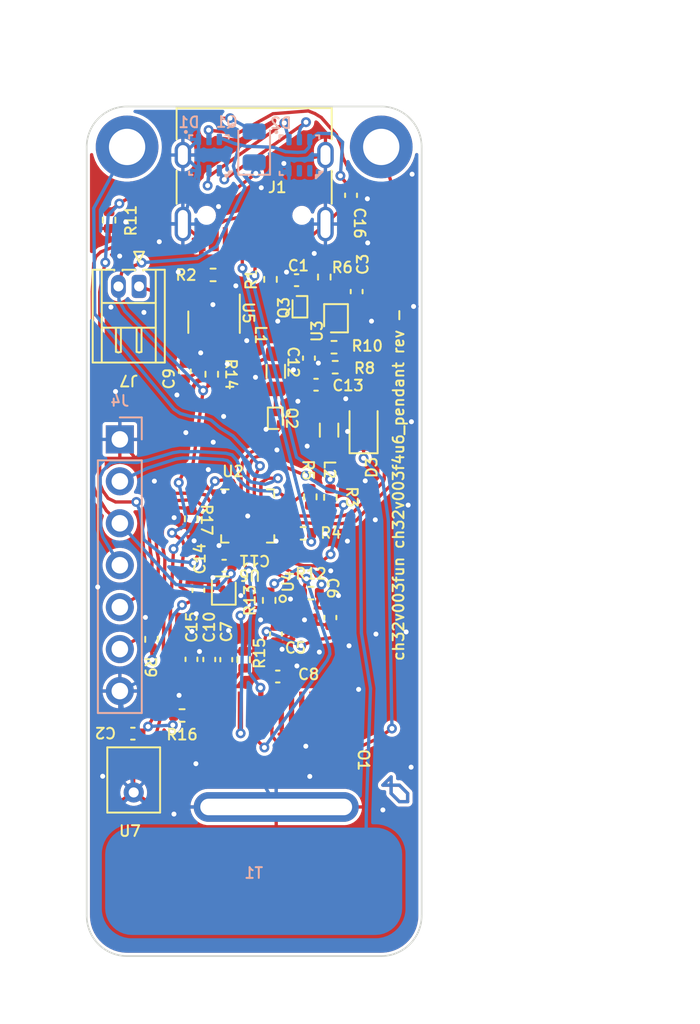
<source format=kicad_pcb>
(kicad_pcb (version 20211014) (generator pcbnew)
  (layers (0 "F.Cu" signal) (31 "B.Cu" signal) (34 "B.Paste" user) (35 "F.Paste" user) (36 "B.SilkS" user "B.Silkscreen") (37 "F.SilkS" user "F.Silkscreen") (38 "B.Mask" user) (39 "F.Mask" user) (44 "Edge.Cuts" user))
  (net 0 "")
  (net 1 "Net-(C1-Pad1)")
  (net 2 "GND")
  (net 3 "VCCMON")
  (net 4 "Net-(C2-Pad2)")
  (net 5 "Net-(C3-Pad1)")
  (net 6 "VDD")
  (net 7 "VD")
  (net 8 "Net-(C7-Pad1)")
  (net 9 "Net-(C9-Pad1)")
  (net 10 "Net-(C9-Pad2)")
  (net 11 "VCC")
  (net 12 "Net-(C13-Pad1)")
  (net 13 "Net-(C13-Pad2)")
  (net 14 "Net-(J1-PadA5)")
  (net 15 "Net-(J1-PadA6)")
  (net 16 "Net-(J1-PadA7)")
  (net 18 "Net-(J1-PadB5)")
  (net 20 "BONUS2")
  (net 21 "SWIO")
  (net 22 "PHOTODIODE")
  (net 23 "T2CH4")
  (net 24 "D-")
  (net 25 "D+")
  (net 26 "USBE")
  (net 27 "Net-(Q3-Pad2)")
  (net 28 "PD6")
  (net 29 "SCL")
  (net 30 "SDA")
  (net 31 "Net-(O1-Pad12)")
  (net 32 "OLEDRES")
  (net 33 "BONUS1")
  (net 34 "WSOUT")
  (net 35 "TOUCH")
  (net 36 "Net-(D1-Pad4)")
  (net 47 "Net-(R10-Pad2)")
  (net 48 "NRST")
  (net 49 "PD2")
  (net 50 "PA1")
  (net 51 "Net-(D1-Pad5)")
  (footprint "Resistor_SMD:R_0402_1005Metric" (layer "F.Cu") (at 102.95 36.23 -90)
    (fp_text reference "R6")
    (fp_text value "10k")
  )
  (footprint "Resistor_SMD:R_0402_1005Metric" (layer "F.Cu") (at 103.61 41.69)
    (fp_text reference "R8")
    (fp_text value "243k")
  )
  (footprint "Capacitor_SMD:C_0402_1005Metric" (layer "F.Cu") (at 103.32 56.85 -90)
    (fp_text reference "C6")
    (fp_text value "0.1u16v")
  )
  (footprint "Capacitor_SMD:C_0402_1005Metric" (layer "F.Cu") (at 96.88 53.71 180)
    (fp_text reference "C11")
    (fp_text value "2.2u16v")
  )
  (footprint "MountingHole:MountingHole_2.2mm_M2_DIN965_Pad" (layer "F.Cu") (at 106.4 28.35)
    (fp_text reference "J3" hide)
    (fp_text value "BONUS")
  )
  (footprint "Resistor_SMD:R_0402_1005Metric" (layer "F.Cu") (at 94.33 62.78)
    (fp_text reference "R16")
    (fp_text value "243k")
  )
  (footprint "Resistor_SMD:R_0402_1005Metric" (layer "F.Cu") (at 98.06 59.4 90)
    (fp_text reference "R15")
    (fp_text value "560k")
  )
  (footprint "Capacitor_SMD:C_0402_1005Metric" (layer "F.Cu") (at 95.32 55.2 90)
    (fp_text reference "C14")
    (fp_text value "0.1u16v")
  )
  (footprint "Inductor_SMD:L_0805_2012Metric" (layer "F.Cu") (at 103.24 45.5 -90)
    (fp_text reference "L2")
    (fp_text value "4.7uH")
  )
  (footprint "Capacitor_SMD:C_0402_1005Metric" (layer "F.Cu") (at 102.45 42.75)
    (fp_text reference "C13")
    (fp_text value "4.7u16v")
  )
  (footprint "Capacitor_SMD:C_0402_1005Metric" (layer "F.Cu") (at 94.5 41.93 90)
    (fp_text reference "C9")
    (fp_text value "0.1u16v")
  )
  (footprint "Capacitor_SMD:C_0402_1005Metric" (layer "F.Cu") (at 102.02 41.14 -90)
    (fp_text reference "C12")
    (fp_text value "10u")
  )
  (footprint "xdfn_reg:xdfn-reg" (layer "F.Cu") (at 103.66 38.73)
    (fp_text reference "U3")
    (fp_text value "MD5112")
  )
  (footprint "Capacitor_SMD:C_0402_1005Metric" (layer "F.Cu") (at 100.02 57.85 -90)
    (fp_text reference "C5")
    (fp_text value "0.1u16v" hide)
  )
  (footprint "Resistor_SMD:R_0402_1005Metric" (layer "F.Cu") (at 89.91 32.78 90)
    (fp_text reference "R11")
    (fp_text value "NP")
  )
  (footprint "Resistor_SMD:R_0402_1005Metric" (layer "F.Cu") (at 94.88 50.87 -90)
    (fp_text reference "R17")
    (fp_text value "100k")
  )
  (footprint "Resistor_SMD:R_0402_1005Metric" (layer "F.Cu") (at 102.14 55.37)
    (fp_text reference "R12")
    (fp_text value "10k")
  )
  (footprint "DFN-3L-1x0.6:DFN-3L-1x0.6" (layer "F.Cu") (at 101.475 38.03 90)
    (fp_text reference "Q3")
    (fp_text value "PNP")
  )
  (footprint "GOERTEK-S08OB383-031-MemsMic:GOERTEK-S08OB383-031-MemsMic" (layer "F.Cu") (at 91.4 67.44)
    (fp_text reference "U7")
    (fp_text value "S08OB383-031")
  )
  (footprint "Resistor_SMD:R_0402_1005Metric" (layer "F.Cu") (at 99.69 36.37 90)
    (fp_text reference "R1")
    (fp_text value "5.1k")
  )
  (footprint "MountingHole:MountingHole_2.2mm_M2_DIN965_Pad" (layer "F.Cu") (at 91 28.35)
    (fp_text reference "J2" hide)
    (fp_text value "BONUS")
  )
  (footprint "Capacitor_SMD:C_0402_1005Metric" (layer "F.Cu") (at 97.01 59.4 90)
    (fp_text reference "C7")
    (fp_text value "2.2u16v")
  )
  (footprint "Resistor_SMD:R_0402_1005Metric" (layer "F.Cu") (at 96.21 36.1)
    (fp_text reference "R2")
    (fp_text value "5.1k")
  )
  (footprint "Diode_SMD:D_SOD-323F" (layer "F.Cu") (at 105.33 45.4 90)
    (fp_text reference "D3")
    (fp_text value "DSCH")
  )
  (footprint "Resistor_SMD:R_0402_1005Metric" (layer "F.Cu") (at 96.13 42.115 -90)
    (fp_text reference "R14")
    (fp_text value "1k")
  )
  (footprint "RB0091E1401A-OLED-128x32:RB0091E1401A-OLED-128x32_FLIP" (layer "F.Cu") (at 100.035 54.42 180)
    (fp_text reference "O1")
    (fp_text value "RB0091E1401A-OLED-128x32" hide)
  )
  (footprint "Resistor_SMD:R_0402_1005Metric" (layer "F.Cu") (at 92.48 58.17 -90)
    (fp_text reference "R9")
    (fp_text value "10k")
  )
  (footprint "Capacitor_SMD:C_0402_1005Metric" (layer "F.Cu") (at 104.91 37.11 90)
    (fp_text reference "C3")
    (fp_text value "2.2u16v")
  )
  (footprint "Capacitor_SMD:C_0402_1005Metric" (layer "F.Cu") (at 91.35 63.88 180)
    (fp_text reference "C2")
    (fp_text value "0.1u16v")
  )
  (footprint "Capacitor_SMD:C_0402_1005Metric" (layer "F.Cu") (at 101.27 36.42 180)
    (fp_text reference "C1")
    (fp_text value "10u")
  )
  (footprint "Package_TO_SOT_SMD:SOT-23" (layer "F.Cu") (at 96.27 38.9625 -90)
    (fp_text reference "U5")
    (fp_text value "RY2200")
  )
  (footprint "Capacitor_SMD:C_0402_1005Metric" (layer "F.Cu") (at 100.13 60.42)
    (fp_text reference "C8")
    (fp_text value "0.1u16v")
  )
  (footprint "Connector_Hirose:Hirose_DF13-02P-1.25DS_1x02_P1.25mm_Horizontal" (layer "F.Cu") (at 91.725 36.7975 180)
    (fp_text reference "J7")
    (fp_text value "BATT")
  )
  (footprint "Capacitor_SMD:C_0402_1005Metric" (layer "F.Cu") (at 94.9 59.38 90)
    (fp_text reference "C15")
    (fp_text value "4.7u16v")
  )
  (footprint "Connector_USB:USB_C_Receptacle_HRO_TYPE-C-31-M-12" (layer "F.Cu") (at 98.7 29.89 180)
    (fp_text reference "J1")
    (fp_text value "USB_C_Receptacle_USB2.0")
  )
  (footprint "xdfn_reg:xdfn-reg" (layer "F.Cu") (at 96.86 55.21 180)
    (fp_text reference "U6")
    (fp_text value "RS3236-3.3YUTDN4" hide)
  )
  (footprint "Resistor_SMD:R_0402_1005Metric" (layer "F.Cu") (at 103.54 40.48)
    (fp_text reference "R10")
    (fp_text value "100k")
  )
  (footprint "Resistor_SMD:R_0402_1005Metric" (layer "F.Cu") (at 99.61 55.81 90)
    (fp_text reference "R13")
    (fp_text value "10k")
  )
  (footprint "Inductor_SMD:L_0805_2012Metric" (layer "F.Cu") (at 100.01 41.94 -90)
    (fp_text reference "L1")
    (fp_text value "4.7uH")
  )
  (footprint "Capacitor_SMD:C_0402_1005Metric" (layer "F.Cu") (at 104.57 31.28 -90)
    (fp_text reference "C16")
    (fp_text value "0.1u16v")
  )
  (footprint "DFN-3L-1x0.6:DFN-3L-1x0.6" (layer "F.Cu") (at 99.98 44.78 -90)
    (fp_text reference "Q2")
    (fp_text value "NMOS")
  )
  (footprint "Capacitor_SMD:C_0402_1005Metric" (layer "F.Cu") (at 95.98 59.39 90)
    (fp_text reference "C10")
    (fp_text value "0.1u16v")
  )
  (footprint "Resistor_SMD:R_0402_1005Metric" (layer "F.Cu") (at 103.32 49.57 -90)
    (fp_text reference "R3")
    (fp_text value "22")
  )
  (footprint "Swadge_Parts:QMA6981" (layer "F.Cu") (at 101.7 56.98)
    (fp_text reference "U4")
    (fp_text value "QMA7981")
  )
  (footprint "Resistor_SMD:R_0402_1005Metric" (layer "F.Cu") (at 101.67 51.75 180)
    (fp_text reference "R4")
    (fp_text value "22")
  )
  (footprint "Package_DFN_QFN:QFN-20-1EP_3x3mm_P0.4mm_EP1.65x1.65mm" (layer "F.Cu") (at 98.31 50.7)
    (fp_text reference "U2")
    (fp_text value "CH32V003F4U6")
  )
  (footprint "Resistor_SMD:R_0402_1005Metric" (layer "F.Cu") (at 102.1 49.54 -90)
    (fp_text reference "R5")
    (fp_text value "1.5k")
  )
  (footprint "WS2816-2121:WS2816-2121" (layer "B.Cu") (at 95.96 28.84 -90)
    (fp_text reference "D1")
    (fp_text value "WS2816C-2121" hide)
  )
  (footprint "touchpads:touchpad_10x6.5mm_retircle" (layer "B.Cu") (at 98.67 72.82 180)
    (fp_text reference "T1")
    (fp_text value "TOUCHPAD")
  )
  (footprint "WS2816-2121:WS2816-2121" (layer "B.Cu") (at 101.44 28.85 -90)
    (fp_text reference "D2")
    (fp_text value "WS2816C-2121" hide)
  )
  (footprint "Connector_PinHeader_2.54mm:PinHeader_1x07_P2.54mm_Vertical" (layer "B.Cu") (at 90.56 46.06 180)
    (fp_text reference "J4")
    (fp_text value "CONN")
  )
  (footprint "Diode_SMD:D_0805_2012Metric" (layer "B.Cu") (at 98.7 28.35 90)
    (fp_text reference "Q1")
    (fp_text value "Q_Photo_NPN")
  )
  (gr_arc (start 108.85 74.9) (mid 108.132412 76.632412) (end 106.4 77.35) (layer "Edge.Cuts") (width 0.1))
  (gr_arc (start 91 77.35) (mid 89.267588 76.632412) (end 88.55 74.9) (layer "Edge.Cuts") (width 0.1))
  (gr_arc (start 106.4 25.9) (mid 108.132412 26.617588) (end 108.85 28.35) (layer "Edge.Cuts") (width 0.1))
  (gr_arc (start 88.55 28.35) (mid 89.267588 26.617588) (end 91 25.9) (layer "Edge.Cuts") (width 0.1))
  (gr_line (start 106.4 25.9) (end 91 25.9) (layer "Edge.Cuts") (width 0.1))
  (gr_line (start 106.4 77.35) (end 91 77.35) (layer "Edge.Cuts") (width 0.1))
  (gr_line (start 108.85 28.35) (end 108.85 74.9) (layer "Edge.Cuts") (width 0.1))
  (gr_line (start 88.55 74.9) (end 88.55 28.35) (layer "Edge.Cuts") (width 0.1))
  (gr_text "ch32v003fun ch32v003f4u6_pendant rev -" (at 107.45 48.8 90) (layer "F.SilkS") (effects (font (size 0.65 0.65) (thickness 0.12))))
  (segment (start 106.5 67) (end 107.5 67) (width 0.2) (layer "F.Cu") (net 0))
  (segment (start 108 68) (end 107.5 68) (width 0.2) (layer "F.Cu") (net 0))
  (segment (start 108 67.5) (end 108 68) (width 0.2) (layer "F.Cu") (net 0))
  (segment (start 107.5 67) (end 108 67.5) (width 0.2) (layer "F.Cu") (net 0))
  (segment (start 107.5 68) (end 107 67.5) (width 0.2) (layer "F.Cu") (net 0))
  (segment (start 107 66.5) (end 106.5 67) (width 0.2) (layer "F.Cu") (net 0))
  (segment (start 107 67.5) (end 107 66.5) (width 0.2) (layer "F.Cu") (net 0))
  (segment (start 106.5 67) (end 107.5 67) (width 0.2) (layer "B.Cu") (net 0))
  (segment (start 107 66.5) (end 106.5 67) (width 0.2) (layer "B.Cu") (net 0))
  (segment (start 108 67.5) (end 108 68) (width 0.2) (layer "B.Cu") (net 0))
  (segment (start 107.5 68) (end 107 67.5) (width 0.2) (layer "B.Cu") (net 0))
  (segment (start 107.5 67) (end 108 67.5) (width 0.2) (layer "B.Cu") (net 0))
  (segment (start 108 68) (end 107.5 68) (width 0.2) (layer "B.Cu") (net 0))
  (segment (start 107 67.5) (end 107 66.5) (width 0.2) (layer "B.Cu") (net 0))
  (segment (start 100.93 32.95) (end 101.1 33.07) (width 0.2) (layer "F.Cu") (net 1))
  (segment (start 96.96 32.8) (end 98.14 32.52) (width 0.2) (layer "F.Cu") (net 1))
  (segment (start 101.75 36.42) (end 101.37 35.78) (width 0.2) (layer "F.Cu") (net 1))
  (segment (start 101.26 37.16) (end 101.75 36.42) (width 0.2) (layer "F.Cu") (net 1))
  (segment (start 101.1 33.07) (end 101.16 33.18) (width 0.2) (layer "F.Cu") (net 1))
  (segment (start 98.14 32.52) (end 98.47 32.5) (width 0.2) (layer "F.Cu") (net 1))
  (segment (start 101.37 35.78) (end 101.19 35.12) (width 0.2) (layer "F.Cu") (net 1))
  (segment (start 96.25 33.935) (end 96.44 33.14) (width 0.2) (layer "F.Cu") (net 1))
  (segment (start 96.44 33.14) (end 96.61 32.99) (width 0.2) (layer "F.Cu") (net 1))
  (segment (start 100.74 32.86) (end 100.93 32.95) (width 0.2) (layer "F.Cu") (net 1))
  (segment (start 101.19 35.12) (end 101.13 34.73) (width 0.2) (layer "F.Cu") (net 1))
  (segment (start 101.25 37.68) (end 101.26 37.16) (width 0.2) (layer "F.Cu") (net 1))
  (segment (start 96.61 32.99) (end 96.96 32.8) (width 0.2) (layer "F.Cu") (net 1))
  (segment (start 98.47 32.5) (end 98.83 32.53) (width 0.2) (layer "F.Cu") (net 1))
  (segment (start 101.13 34.73) (end 101.15 33.935) (width 0.2) (layer "F.Cu") (net 1))
  (segment (start 98.83 32.53) (end 100.74 32.86) (width 0.2) (layer "F.Cu") (net 1))
  (segment (start 101.16 33.18) (end 101.15 33.935) (width 0.2) (layer "F.Cu") (net 1))
  (segment (start 100.96 46.4) (end 100.08 46.7) (width 0.2) (layer "F.Cu") (net 2))
  (segment (start 95.385505 58.904495) (end 94.9 58.9) (width 0.2) (layer "F.Cu") (net 2))
  (segment (start 101.95 33.935) (end 103.02 33.02) (width 0.2) (layer "F.Cu") (net 2))
  (segment (start 95.76 48) (end 95.61 48.3) (width 0.2) (layer "F.Cu") (net 2))
  (segment (start 100.36 61.27) (end 100.61 60.42) (width 0.2) (layer "F.Cu") (net 2))
  (segment (start 102.95 35.72) (end 103.093125 35.386875) (width 0.2) (layer "F.Cu") (net 2))
  (segment (start 96.51 54.71) (end 96.4 53.71) (width 0.2) (layer "F.Cu") (net 2))
  (segment (start 100.345 62.47) (end 100.36 61.27) (width 0.2) (layer "F.Cu") (net 2))
  (segment (start 101.75 56.99) (end 102.45 57.23) (width 0.2) (layer "F.Cu") (net 2))
  (segment (start 97.27 31.66) (end 96.54 31.96) (width 0.2) (layer "F.Cu") (net 2))
  (segment (start 95.32 54.72) (end 96.51 54.71) (width 0.2) (layer "F.Cu") (net 2))
  (segment (start 96.3 36.88) (end 96.13 36.9) (width 0.2) (layer "F.Cu") (net 2))
  (segment (start 94.88 51.27) (end 95.06 52.2) (width 0.2) (layer "F.Cu") (net 2))
  (segment (start 100.02 58.33) (end 100.39 58.77) (width 0.2) (layer "F.Cu") (net 2))
  (segment (start 96.13 36.9) (end 95.71 36.61) (width 0.2) (layer "F.Cu") (net 2))
  (segment (start 103.02 28.84) (end 103.02 33.02) (width 0.2) (layer "F.Cu") (net 2))
  (segment (start 92.652769 48.587231) (end 90.56 46.06) (width 0.2) (layer "F.Cu") (net 2))
  (segment (start 104.62 36.27) (end 104.12 35.59) (width 0.2) (layer "F.Cu") (net 2))
  (segment (start 95.66 48.69) (end 95.94 49.06) (width 0.2) (layer "F.Cu") (net 2))
  (segment (start 97.2 37.35) (end 96.94 36.91) (width 0.2) (layer "F.Cu") (net 2))
  (segment (start 103.32 57.33) (end 102.45 57.23) (width 0.2) (layer "F.Cu") (net 2))
  (segment (start 99.42 45.45) (end 95.920349 47.890349) (width 0.2) (layer "F.Cu") (net 2))
  (segment (start 102.24 35.07) (end 101.98 34.78) (width 0.2) (layer "F.Cu") (net 2))
  (segment (start 100.95 56.23) (end 100.9 55.73) (width 0.2) (layer "F.Cu") (net 2))
  (segment (start 94.88 51.27) (end 95.31 51.23) (width 0.2) (layer "F.Cu") (net 2))
  (segment (start 104.42 31.7) (end 103.02 33.02) (width 0.2) (layer "F.Cu") (net 2))
  (segment (start 103.093125 35.386875) (end 102.24 35.07) (width 0.2) (layer "F.Cu") (net 2))
  (segment (start 100.95 57.73) (end 100.02 58.33) (width 0.2) (layer "F.Cu") (net 2))
  (segment (start 104.62 36.27) (end 104.77 36.62) (width 0.2) (layer "F.Cu") (net 2))
  (segment (start 102.45 57.23) (end 102.45 56.73) (width 0.2) (layer "F.Cu") (net 2))
  (segment (start 96.94 36.91) (end 96.3 36.88) (width 0.2) (layer "F.Cu") (net 2))
  (segment (start 99.13 30.82) (end 97.27 31.66) (width 0.2) (layer "F.Cu") (net 2))
  (segment (start 100.79 36.42) (end 100.66 35.93) (width 0.2) (layer "F.Cu") (net 2))
  (segment (start 95.67 51.11) (end 96.86 51.1) (width 0.2) (layer "F.Cu") (net 2))
  (segment (start 95.94 49.06) (end 96.26 49.24) (width 0.2) (layer "F.Cu") (net 2))
  (segment (start 91.4 67.44) (end 90.4 68.08) (width 0.2) (layer "F.Cu") (net 2))
  (segment (start 96.86 55.21) (end 96.51 54.71) (width 0.2) (layer "F.Cu") (net 2))
  (segment (start 103.29 35.46) (end 103.093125 35.386875) (width 0.2) (layer "F.Cu") (net 2))
  (segment (start 95.61 48.3) (end 95.66 48.69) (width 0.2) (layer "F.Cu") (net 2))
  (segment (start 96.26 49.24) (end 96.86 49.22) (width 0.2) (layer "F.Cu") (net 2))
  (segment (start 97.22 38.025) (end 97.2 37.35) (width 0.2) (layer "F.Cu") (net 2))
  (segment (start 100.61 60.42) (end 100.39 58.77) (width 0.2) (layer "F.Cu") (net 2))
  (segment (start 104.12 35.59) (end 103.29 35.46) (width 0.2) (layer "F.Cu") (net 2))
  (segment (start 94.38 33.02) (end 95.45 33.935) (width 0.2) (layer "F.Cu") (net 2))
  (segment (start 95.71 36.61) (end 95.7 36.1) (width 0.2) (layer "F.Cu") (net 2))
  (segment (start 96.51 54.71) (end 96.2 54.43) (width 0.2) (layer "F.Cu") (net 2))
  (segment (start 97.22 38.025) (end 99.69 36.88) (width 0.2) (layer "F.Cu") (net 2))
  (segment (start 103.24 46.5625) (end 100.96 46.4) (width 0.2) (layer "F.Cu") (net 2))
  (segment (start 100.5 29.35) (end 103.02 28.84) (width 0.2) (layer "F.Cu") (net 2))
  (segment (start 103.1 41.69) (end 102.59287 41.65713) (width 0.2) (layer "F.Cu") (net 2))
  (segment (start 95.7 36.1) (end 95.45 33.935) (width 0.2) (layer "F.Cu") (net 2))
  (segment (start 102.34 34.8) (end 101.98 34.78) (width 0.2) (layer "F.Cu") (net 2))
  (segment (start 101.98 34.78) (end 101.95 33.935) (width 0.2) (layer "F.Cu") (net 2))
  (segment (start 95.31 51.23) (end 95.67 51.11) (width 0.2) (layer "F.Cu") (net 2))
  (segment (start 89.91 33.29) (end 90.92 32.9) (width 0.2) (layer "F.Cu") (net 2))
  (segment (start 99.69 36.88) (end 100.79 36.42) (width 0.2) (layer "F.Cu") (net 2))
  (segment (start 94.9 58.9) (end 95.98 58.91) (width 0.2) (layer "F.Cu") (net 2))
  (segment (start 94.88 51.27) (end 93.85 50.8) (width 0.2) (layer "F.Cu") (net 2))
  (segment (start 102.59287 41.65713) (end 102.59 41.44) (width 0.2) (layer "F.Cu") (net 2))
  (segment (start 96.86 51.1) (end 97.39 51.1) (width 0.2) (layer "F.Cu") (net 2))
  (segment (start 99.09 56.99) (end 98.4 57.92) (width 0.2) (layer "F.Cu") (net 2))
  (segment (start 97.39 51.1) (end 98.31 50.7) (width 0.2) (layer "F.Cu") (net 2))
  (segment (start 91.4 67.44) (end 92.4 68.08) (width 0.2) (layer "F.Cu") (net 2))
  (segment (start 95.98 58.91) (end 97.01 58.92) (width 0.2) (layer "F.Cu") (net 2))
  (segment (start 98.06 58.89) (end 97.01 58.92) (width 0.2) (layer "F.Cu") (net 2))
  (segment (start 91.4 67.44) (end 91.4 65.34) (width 0.2) (layer "F.Cu") (net 2))
  (segment (start 102.59287 41.65713) (end 102.02 41.62) (width 0.2) (layer "F.Cu") (net 2))
  (segment (start 98.4 57.92) (end 98.06 58.89) (width 0.2) (layer "F.Cu") (net 2))
  (segment (start 95.920349 47.890349) (end 95.76 48) (width 0.2) (layer "F.Cu") (net 2))
  (via (at 94.56 45.65) (size 0.6) (drill 0.3) (layers "F.Cu" "B.Cu") (net 2))
  (via (at 108.27 30) (size 0.6) (drill 0.3) (layers "F.Cu" "B.Cu") (net 2))
  (via (at 99.42 45.45) (size 0.6) (drill 0.3) (layers "F.Cu" "B.Cu") (net 2))
  (via (at 92.652769 48.587231) (size 0.6) (drill 0.3) (layers "F.Cu" "B.Cu") (net 2))
  (via (at 108.23 44.99) (size 0.6) (drill 0.3) (layers "F.Cu" "B.Cu") (net 2))
  (via (at 89.22 55) (size 0.6) (drill 0.3) (layers "F.Cu" "B.Cu") (net 2))
  (via (at 101.08 41.85) (size 0.6) (drill 0.3) (layers "F.Cu" "B.Cu") (net 2))
  (via (at 102.65 58.94) (size 0.6) (drill 0.3) (layers "F.Cu" "B.Cu") (net 2))
  (via (at 95.920349 47.890349) (size 0.6) (drill 0.3) (layers "F.Cu" "B.Cu") (net 2))
  (via (at 108.03 50.04) (size 0.6) (drill 0.3) (layers "F.Cu" "B.Cu") (net 2))
  (via (at 98.31 50.7) (size 0.6) (drill 0.3) (layers "F.Cu" "B.Cu") (net 2))
  (via (at 106.08 57.85) (size 0.6) (drill 0.3) (layers "F.Cu" "B.Cu") (net 2))
  (via (at 105.56 31.49) (size 0.6) (drill 0.3) (layers "F.Cu" "B.Cu") (net 2))
  (via (at 96.85 44.67) (size 0.6) (drill 0.3) (layers "F.Cu" "B.Cu") (net 2))
  (via (at 97.89 55.52) (size 0.6) (drill 0.3) (layers "F.Cu" "B.Cu") (net 2))
  (via (at 97.59 36.76) (size 0.6) (drill 0.3) (layers "F.Cu" "B.Cu") (net 2))
  (via (at 100.03 52.22) (size 0.6) (drill 0.3) (layers "F.Cu" "B.Cu") (net 2))
  (via (at 95.17 65.7) (size 0.6) (drill 0.3) (layers "F.Cu" "B.Cu") (net 2))
  (via (at 101.912139 46.467861) (size 0.6) (drill 0.3) (layers "F.Cu" "B.Cu") (net 2))
  (via (at 101.83 64.64) (size 0.6) (drill 0.3) (layers "F.Cu" "B.Cu") (net 2))
  (via (at 94.15 61.56) (size 0.6) (drill 0.3) (layers "F.Cu" "B.Cu") (net 2))
  (via (at 101.29 59.78) (size 0.6) (drill 0.3) (layers "F.Cu" "B.Cu") (net 2))
  (via (at 104.25 43.6) (size 0.6) (drill 0.3) (layers "F.Cu" "B.Cu") (net 2))
  (via (at 97.07 41.49) (size 0.6) (drill 0.3) (layers "F.Cu" "B.Cu") (net 2))
  (via (at 106.5 68.5) (size 0.6) (drill 0.3) (layers "F.Cu" "B.Cu") (net 2))
  (via (at 105.03 61.2) (size 0.6) (drill 0.3) (layers "F.Cu" "B.Cu") (net 2))
  (via (at 102.59 41.44) (size 0.6) (drill 0.3) (layers "F.Cu" "B.Cu") (net 2))
  (via (at 107.91 57.72) (size 0.6) (drill 0.3) (layers "F.Cu" "B.Cu") (net 2))
  (via (at 93.84 68.75) (size 0.6) (drill 0.3) (layers "F.Cu" "B.Cu") (net 2))
  (via (at 104.45 58.56) (size 0.6) (drill 0.3) (layers "F.Cu" "B.Cu") (net 2))
  (via (at 108.36 38.01) (size 0.6) (drill 0.3) (layers "F.Cu" "B.Cu") (net 2))
  (via (at 96.86 49.22) (size 0.6) (drill 0.3) (layers "F.Cu" "B.Cu") (net 2))
  (via (at 100.08 46.7) (size 0.6) (drill 0.3) (layers "F.Cu" "B.Cu") (net 2))
  (via (at 100.5 29.35) (size 0.6) (drill 0.3) (layers "F.Cu" "B.Cu") (net 2))
  (via (at 94.93 57.69) (size 0.6) (drill 0.3) (layers "F.Cu" "B.Cu") (net 2))
  (via (at 100.39 58.77) (size 0.6) (drill 0.3) (layers "F.Cu" "B.Cu") (net 2))
  (via (at 95.06 52.2) (size 0.6) (drill 0.3) (layers "F.Cu" "B.Cu") (net 2))
  (via (at 101.35 43.75) (size 0.6) (drill 0.3) (layers "F.Cu" "B.Cu") (net 2))
  (via (at 90.92 32.9) (size 0.6) (drill 0.3) (layers "F.Cu" "B.Cu") (net 2))
  (via (at 102.07 66.47) (size 0.6) (drill 0.3) (layers "F.Cu" "B.Cu") (net 2))
  (via (at 94.1 35.92) (size 0.6) (drill 0.3) (layers "F.Cu" "B.Cu") (net 2))
  (via (at 89.52 66.46) (size 0.6) (drill 0.3) (layers "F.Cu" "B.Cu") (net 2))
  (via (at 103.81 55.52) (size 0.6) (drill 0.3) (layers "F.Cu" "B.Cu") (net 2))
  (via (at 105.81 38.9) (size 0.6) (drill 0.3) (layers "F.Cu" "B.Cu") (net 2))
  (via (at 90.02 38.05) (size 0.6) (drill 0.3) (layers "F.Cu" "B.Cu") (net 2))
  (via (at 93.85 50.8) (size 0.6) (drill 0.3) (layers "F.Cu" "B.Cu") (net 2))
  (via (at 95.46 40.82) (size 0.6) (drill 0.3) (layers "F.Cu" "B.Cu") (net 2))
  (via (at 104.35 52.22) (size 0.6) (drill 0.3) (layers "F.Cu" "B.Cu") (net 2))
  (via (at 90.55 34.96) (size 0.6) (drill 0.3) (layers "F.Cu" "B.Cu") (net 2))
  (via (at 96.2 54.43) (size 0.6) (drill 0.3) (layers "F.Cu" "B.Cu") (net 2))
  (via (at 102.34 34.8) (size 0.6) (drill 0.3) (layers "F.Cu" "B.Cu") (net 2))
  (via (at 97.15 57.63) (size 0.6) (drill 0.3) (layers "F.Cu" "B.Cu") (net 2))
  (via (at 95.385505 58.904495) (size 0.6) (drill 0.3) (layers "F.Cu" "B.Cu") (net 2))
  (via (at 96.57 52.49) (size 0.6) (drill 0.3) (layers "F.Cu" "B.Cu") (net 2))
  (via (at 104.36 45.58) (size 0.6) (drill 0.3) (layers "F.Cu" "B.Cu") (net 2))
  (via (at 100.9 55.73) (size 0.6) (drill 0.3) (layers "F.Cu" "B.Cu") (net 2))
  (via (at 96.54 31.96) (size 0.6) (drill 0.3) (layers "F.Cu" "B.Cu") (net 2))
  (via (at 90.3 43.16) (size 0.6) (drill 0.3) (layers "F.Cu" "B.Cu") (net 2))
  (via (at 98.25 40.08) (size 0.6) (drill 0.3) (layers "F.Cu" "B.Cu") (net 2))
  (via (at 100.66 35.93) (size 0.6) (drill 0.3) (layers "F.Cu" "B.Cu") (net 2))
  (via (at 103 51.78) (size 0.6) (drill 0.3) (layers "F.Cu" "B.Cu") (net 2))
  (via (at 92.95 34.09) (size 0.6) (drill 0.3) (layers "F.Cu" "B.Cu") (net 2))
  (via (at 106.04 50.93) (size 0.6) (drill 0.3) (layers "F.Cu" "B.Cu") (net 2))
  (via (at 92.02 38.37) (size 0.6) (drill 0.3) (layers "F.Cu" "B.Cu") (net 2))
  (via (at 99.09 56.99) (size 0.6) (drill 0.3) (layers "F.Cu" "B.Cu") (net 2))
  (via (at 99.13 30.82) (size 0.6) (drill 0.3) (layers "F.Cu" "B.Cu") (net 2))
  (via (at 100.13 38.9) (size 0.6) (drill 0.3) (layers "F.Cu" "B.Cu") (net 2))
  (via (at 94.02 43.37) (size 0.6) (drill 0.3) (layers "F.Cu" "B.Cu") (net 2))
  (via (at 105.43 48.57) (size 0.6) (drill 0.3) (layers "F.Cu" "B.Cu") (net 2))
  (via (at 103.34 54.02) (size 0.6) (drill 0.3) (layers "F.Cu" "B.Cu") (net 2))
  (via (at 96.22 46.23) (size 0.6) (drill 0.3) (layers "F.Cu" "B.Cu") (net 2))
  (via (at 108.21 65.91) (size 0.6) (drill 0.3) (layers "F.Cu" "B.Cu") (net 2))
  (via (at 105.58 34.16) (size 0.6) (drill 0.3) (layers "F.Cu" "B.Cu") (net 2))
  (via (at 101.75 56.99) (size 0.6) (drill 0.3) (layers "F.Cu" "B.Cu") (net 2))
  (via (at 96.2 37.9) (size 0.6) (drill 0.3) (layers "F.Cu" "B.Cu") (net 2))
  (via (at 92.11 56.84) (size 0.6) (drill 0.3) (layers "F.Cu" "B.Cu") (net 2))
  (via (at 95.19 56.62) (size 0.6) (drill 0.3) (layers "F.Cu" "B.Cu") (net 2))
  (via (at 98.78 42.3) (size 0.6) (drill 0.3) (layers "F.Cu" "B.Cu") (net 2))
  (segment (start 99.09 56.99) (end 100.56 57.14) (width 0.2) (layer "B.Cu") (net 2))
  (segment (start 100.56 57.14) (end 101.75 56.99) (width 0.2) (layer "B.Cu") (net 2))
  (segment (start 90.56 61.3) (end 91.4 67.44) (width 0.2) (layer "B.Cu") (net 2))
  (segment (start 96.2 54.43) (end 97.435651 52.245651) (width 0.2) (layer "B.Cu") (net 2))
  (segment (start 98.35 47.52) (end 97.12 46.14) (width 0.2) (layer "B.Cu") (net 2))
  (segment (start 99.55 48.09) (end 99.17 48.28) (width 0.2) (layer "B.Cu") (net 2))
  (segment (start 99.06 55.33) (end 99.07 53.7) (width 0.2) (layer "B.Cu") (net 2))
  (segment (start 100.39 58.77) (end 101.39 59.21) (width 0.2) (layer "B.Cu") (net 2))
  (segment (start 100.66 35.93) (end 102.34 34.8) (width 0.2) (layer "B.Cu") (net 2))
  (segment (start 98.38 65.27) (end 100.035 68.32) (width 0.2) (layer "B.Cu") (net 2))
  (segment (start 98.31 50.7) (end 96.86 49.22) (width 0.2) (layer "B.Cu") (net 2))
  (segment (start 94.38 33.02) (end 95.27 29.645) (width 0.2) (layer "B.Cu") (net 2))
  (segment (start 99.11 30.8) (end 100.81 29.795) (width 0.2) (layer "B.Cu") (net 2))
  (segment (start 101.11 49.93) (end 100.98 49.32) (width 0.2) (layer "B.Cu") (net 2))
  (segment (start 100.9 55.73) (end 99.5 55.84) (width 0.2) (layer "B.Cu") (net 2))
  (segment (start 100.98 49.32) (end 100.44 47.26) (width 0.2) (layer "B.Cu") (net 2))
  (segment (start 100.9 55.73) (end 101.75 56.99) (width 0.2) (layer "B.Cu") (net 2))
  (segment (start 98.151027 50.981027) (end 101.11 49.93) (width 0.2) (layer "B.Cu") (net 2))
  (segment (start 99.5 55.84) (end 99.06 55.33) (width 0.2) (layer "B.Cu") (net 2))
  (segment (start 99.42 45.45) (end 99.77 47.23) (width 0.2) (layer "B.Cu") (net 2))
  (segment (start 99.11 30.8) (end 99.13 30.82) (width 0.2) (layer "B.Cu") (net 2))
  (segment (start 99.77 47.23) (end 99.78 47.71) (width 0.2) (layer "B.Cu") (net 2))
  (segment (start 100.34 60.55) (end 100.39 58.77) (width 0.2) (layer "B.Cu") (net 2))
  (segment (start 98.64 48.23) (end 98.36 47.76) (width 0.2) (layer "B.Cu") (net 2))
  (segment (start 102.59 41.44) (end 102.34 34.8) (width 0.2) (layer "B.Cu") (net 2))
  (segment (start 102.31 58.61) (end 101.75 56.99) (width 0.2) (layer "B.Cu") (net 2))
  (segment (start 102.08 59.14) (end 102.31 58.61) (width 0.2) (layer "B.Cu") (net 2))
  (segment (start 98.9 63.6) (end 100.34 60.55) (width 0.2) (layer "B.Cu") (net 2))
  (segment (start 99.17 48.28) (end 98.64 48.23) (width 0.2) (layer "B.Cu") (net 2))
  (segment (start 98.38 65.27) (end 98.9 63.6) (width 0.2) (layer "B.Cu") (net 2))
  (segment (start 97.435651 52.245651) (end 98.78 53.18) (width 0.2) (layer "B.Cu") (net 2))
  (segment (start 94.38 28.84) (end 95.27 29.645) (width 0.2) (layer "B.Cu") (net 2))
  (segment (start 98.151027 50.981027) (end 98.31 50.7) (width 0.2) (layer "B.Cu") (net 2))
  (segment (start 99.07 53.7) (end 98.78 53.18) (width 0.2) (layer "B.Cu") (net 2))
  (segment (start 99.78 47.71) (end 99.55 48.09) (width 0.2) (layer "B.Cu") (net 2))
  (segment (start 95.33 27.895) (end 94.38 28.84) (width 0.2) (layer "B.Cu") (net 2))
  (segment (start 101.912139 46.467861) (end 102.59 41.44) (width 0.2) (layer "B.Cu") (net 2))
  (segment (start 90.92 32.9) (end 94.38 33.02) (width 0.2) (layer "B.Cu") (net 2))
  (segment (start 100.81 29.795) (end 100.5 29.35) (width 0.2) (layer "B.Cu") (net 2))
  (segment (start 90.56 61.3) (end 95.385505 58.904495) (width 0.2) (layer "B.Cu") (net 2))
  (segment (start 97.435651 52.245651) (end 98.151027 50.981027) (width 0.2) (layer "B.Cu") (net 2))
  (segment (start 97.12 46.14) (end 96.22 46.23) (width 0.2) (layer "B.Cu") (net 2))
  (segment (start 101.39 59.21) (end 102.08 59.14) (width 0.2) (layer "B.Cu") (net 2))
  (segment (start 93.85 50.8) (end 92.652769 48.587231) (width 0.2) (layer "B.Cu") (net 2))
  (segment (start 100.44 47.26) (end 99.72 45.46) (width 0.2) (layer "B.Cu") (net 2))
  (segment (start 98.36 47.76) (end 98.35 47.52) (width 0.2) (layer "B.Cu") (net 2))
  (segment (start 91.83 63.88) (end 92.27 63.45) (width 0.2) (layer "F.Cu") (net 3))
  (segment (start 92.66 62.75) (end 93.16 60.95) (width 0.2) (layer "F.Cu") (net 3))
  (segment (start 95.63 50.71) (end 95.45 50.62) (width 0.2) (layer "F.Cu") (net 3))
  (segment (start 95.45 50.62) (end 94.88 50.25) (width 0.2) (layer "F.Cu") (net 3))
  (segment (start 93.29 53.27) (end 93.18 52.7) (width 0.2) (layer "F.Cu") (net 3))
  (segment (start 96.86 50.7) (end 95.63 50.71) (width 0.2) (layer "F.Cu") (net 3))
  (segment (start 93.4 50.41) (end 93.66 50.22) (width 0.2) (layer "F.Cu") (net 3))
  (segment (start 93.18 52.7) (end 93.13 51.72) (width 0.2) (layer "F.Cu") (net 3))
  (segment (start 92.27 63.45) (end 92.66 62.75) (width 0.2) (layer "F.Cu") (net 3))
  (segment (start 93.27 50.62) (end 93.4 50.41) (width 0.2) (layer "F.Cu") (net 3))
  (segment (start 93.66 50.22) (end 94.18 50.2) (width 0.2) (layer "F.Cu") (net 3))
  (segment (start 93.13 51.72) (end 93.27 50.62) (width 0.2) (layer "F.Cu") (net 3))
  (segment (start 93.16 60.95) (end 93.29 53.27) (width 0.2) (layer "F.Cu") (net 3))
  (segment (start 93.77 63.36) (end 93.82 62.78) (width 0.2) (layer "F.Cu") (net 3))
  (segment (start 94.18 50.2) (end 94.88 50.25) (width 0.2) (layer "F.Cu") (net 3))
  (via (at 92.27 63.45) (size 0.6) (drill 0.3) (layers "F.Cu" "B.Cu") (net 3))
  (via (at 93.77 63.36) (size 0.6) (drill 0.3) (layers "F.Cu" "B.Cu") (net 3))
  (segment (start 92.27 63.45) (end 93.77 63.36) (width 0.2) (layer "B.Cu") (net 3))
  (segment (start 90.435 65.34) (end 90.87 63.88) (width 0.2) (layer "F.Cu") (net 4))
  (segment (start 104.01 38.23) (end 104.77 37.58) (width 0.2) (layer "F.Cu") (net 5))
  (segment (start 103.34 37.93) (end 103.31 38.23) (width 0.2) (layer "F.Cu") (net 5))
  (segment (start 104.09 37.87) (end 103.34 37.93) (width 0.2) (layer "F.Cu") (net 5))
  (segment (start 101.475 38.38) (end 103.31 38.23) (width 0.2) (layer "F.Cu") (net 5))
  (segment (start 104.01 38.23) (end 104.09 37.87) (width 0.2) (layer "F.Cu") (net 5))
  (segment (start 96.13 42.625) (end 95.61 43.1) (width 0.2) (layer "F.Cu") (net 6))
  (segment (start 94.13 48.68) (end 94.42 48.03) (width 0.2) (layer "F.Cu") (net 6))
  (segment (start 102.02 40.66) (end 100.01 40.8775) (width 0.2) (layer "F.Cu") (net 6))
  (segment (start 104.42 30.74) (end 103.925496 30.095496) (width 0.2) (layer "F.Cu") (net 6))
  (segment (start 94.46 52.49) (end 94.36 52.19) (width 0.2) (layer "F.Cu") (net 6))
  (segment (start 96.51 55.71) (end 95.32 55.68) (width 0.2) (layer "F.Cu") (net 6))
  (segment (start 94.64 47.84) (end 95 47.51) (width 0.2) (layer "F.Cu") (net 6))
  (segment (start 97.03 56.03) (end 97.2 55.86) (width 0.2) (layer "F.Cu") (net 6))
  (segment (start 95.32 55.68) (end 94.21 54.99) (width 0.2) (layer "F.Cu") (net 6))
  (segment (start 95.61 43.1) (end 95 47.51) (width 0.2) (layer "F.Cu") (net 6))
  (segment (start 94.42 48.03) (end 94.64 47.84) (width 0.2) (layer "F.Cu") (net 6))
  (segment (start 103.03 40.48) (end 102.02 40.66) (width 0.2) (layer "F.Cu") (net 6))
  (segment (start 90.7 35.86) (end 91.88 35.36) (width 0.2) (layer "F.Cu") (net 6))
  (segment (start 96.51 55.71) (end 96.63 56.03) (width 0.2) (layer "F.Cu") (net 6))
  (segment (start 94.21 54.99) (end 94.46 52.49) (width 0.2) (layer "F.Cu") (net 6))
  (segment (start 95.32 55.68) (end 94.33 56.09) (width 0.2) (layer "F.Cu") (net 6))
  (segment (start 103.31 39.23) (end 103.03 40.48) (width 0.2) (layer "F.Cu") (net 6))
  (segment (start 96.63 56.03) (end 97.03 56.03) (width 0.2) (layer "F.Cu") (net 6))
  (segment (start 97.2 55.86) (end 97.21 55.71) (width 0.2) (layer "F.Cu") (net 6))
  (segment (start 90.475 36.7975) (end 90.7 35.86) (width 0.2) (layer "F.Cu") (net 6))
  (segment (start 92.48 58.68) (end 92.52 59.41) (width 0.2) (layer "F.Cu") (net 6))
  (segment (start 100.01 40.8775) (end 96.13 42.625) (width 0.2) (layer "F.Cu") (net 6))
  (segment (start 94.36 52.19) (end 93.72 51.72) (width 0.2) (layer "F.Cu") (net 6))
  (via (at 92.52 59.41) (size 0.6) (drill 0.3) (layers "F.Cu" "B.Cu") (net 6))
  (via (at 103.925496 30.095496) (size 0.6) (drill 0.3) (layers "F.Cu" "B.Cu") (net 6))
  (via (at 91.88 35.36) (size 0.6) (drill 0.3) (layers "F.Cu" "B.Cu") (net 6))
  (via (at 95.61 43.1) (size 0.6) (drill 0.3) (layers "F.Cu" "B.Cu") (net 6))
  (via (at 94.13 48.68) (size 0.6) (drill 0.3) (layers "F.Cu" "B.Cu") (net 6))
  (via (at 94.33 56.09) (size 0.6) (drill 0.3) (layers "F.Cu" "B.Cu") (net 6))
  (via (at 93.72 51.72) (size 0.6) (drill 0.3) (layers "F.Cu" "B.Cu") (net 6))
  (segment (start 102.04 28.35) (end 102.07 27.905) (width 0.2) (layer "B.Cu") (net 6))
  (segment (start 91.88 35.36) (end 95.25 35.1) (width 0.2) (layer "B.Cu") (net 6))
  (segment (start 102.57 27.53) (end 102.07 27.905) (width 0.2) (layer "B.Cu") (net 6))
  (segment (start 96.53 27.755) (end 97.49 28.14) (width 0.2) (layer "B.Cu") (net 6))
  (segment (start 98.15 30.8) (end 97.62 30.13) (width 0.2) (layer "B.Cu") (net 6))
  (segment (start 103.925496 30.095496) (end 104.06 28.06) (width 0.2) (layer "B.Cu") (net 6))
  (segment (start 99.87 28.37) (end 100.6 28.64) (width 0.2) (layer "B.Cu") (net 6))
  (segment (start 97.49 28.14) (end 97.814444 28.215556) (width 0.2) (layer "B.Cu") (net 6))
  (segment (start 94.33 56.09) (end 93.83 56.66) (width 0.2) (layer "B.Cu") (net 6))
  (segment (start 104.06 28.06) (end 103.52 27.54) (width 0.2) (layer "B.Cu") (net 6))
  (segment (start 97.814444 28.215556) (end 98.22 28.31) (width 0.2) (layer "B.Cu") (net 6))
  (segment (start 101.93 28.48) (end 102.04 28.35) (width 0.2) (layer "B.Cu") (net 6))
  (segment (start 90.86 38.29) (end 90.51 37.64) (width 0.2) (layer "B.Cu") (net 6))
  (segment (start 98.22 28.31) (end 99.87 28.37) (width 0.2) (layer "B.Cu") (net 6))
  (segment (start 92.52 59.41) (end 93.83 56.66) (width 0.2) (layer "B.Cu") (net 6))
  (segment (start 94.58 50.77) (end 94.47 51.3) (width 0.2) (layer "B.Cu") (net 6))
  (segment (start 103.52 27.54) (end 102.57 27.53) (width 0.2) (layer "B.Cu") (net 6))
  (segment (start 96.41 34.39) (end 98.15 30.8) (width 0.2) (layer "B.Cu") (net 6))
  (segment (start 95.25 35.1) (end 96.41 34.39) (width 0.2) (layer "B.Cu") (net 6))
  (segment (start 101.77 28.65) (end 101.93 28.48) (width 0.2) (layer "B.Cu") (net 6))
  (segment (start 95.61 43.1) (end 90.86 38.29) (width 0.2) (layer "B.Cu") (net 6))
  (segment (start 94.13 48.68) (end 94.58 50.77) (width 0.2) (layer "B.Cu") (net 6))
  (segment (start 94.47 51.3) (end 93.72 51.72) (width 0.2) (layer "B.Cu") (net 6))
  (segment (start 90.51 37.64) (end 90.475 36.7975) (width 0.2) (layer "B.Cu") (net 6))
  (segment (start 101.35 28.68) (end 101.77 28.65) (width 0.2) (layer "B.Cu") (net 6))
  (segment (start 97.62 30.13) (end 97.44 29.5) (width 0.2) (layer "B.Cu") (net 6))
  (segment (start 100.6 28.64) (end 101.35 28.68) (width 0.2) (layer "B.Cu") (net 6))
  (segment (start 97.44 29.5) (end 97.814444 28.215556) (width 0.2) (layer "B.Cu") (net 6))
  (segment (start 102.78 54.84) (end 102.574528 55.694528) (width 0.2) (layer "F.Cu") (net 7))
  (segment (start 97.5 52.9) (end 97.36 53.71) (width 0.2) (layer "F.Cu") (net 7))
  (segment (start 102.45 56.23) (end 102.574528 55.694528) (width 0.2) (layer "F.Cu") (net 7))
  (segment (start 101.25 64.27) (end 101.56 63.94) (width 0.2) (layer "F.Cu") (net 7))
  (segment (start 89.4 34.71) (end 90.65 34.21) (width 0.2) (layer "F.Cu") (net 7))
  (segment (start 97.286957 54.196957) (end 97.21 54.71) (width 0.2) (layer "F.Cu") (net 7))
  (segment (start 100.95 57.23) (end 100.49 57.24) (width 0.2) (layer "F.Cu") (net 7))
  (segment (start 99.65 60.42) (end 99.76 61.25) (width 0.2) (layer "F.Cu") (net 7))
  (segment (start 99.450132 57.700132) (end 99.25 58.67) (width 0.2) (layer "F.Cu") (net 7))
  (segment (start 104.08 57.57) (end 104.07 56.92) (width 0.2) (layer "F.Cu") (net 7))
  (segment (start 99.76 61.25) (end 99.725 62.47) (width 0.2) (layer "F.Cu") (net 7))
  (segment (start 100.49 57.24) (end 100.02 57.37) (width 0.2) (layer "F.Cu") (net 7))
  (segment (start 102.45 58.19) (end 101.55 58.55) (width 0.2) (layer "F.Cu") (net 7))
  (segment (start 92.2 33.14) (end 92.84 32.59) (width 0.2) (layer "F.Cu") (net 7))
  (segment (start 102.45 56.23) (end 103.32 56.37) (width 0.2) (layer "F.Cu") (net 7))
  (segment (start 103.8 56.45) (end 103.32 56.37) (width 0.2) (layer "F.Cu") (net 7))
  (segment (start 97.51 52.15) (end 97.5 52.9) (width 0.2) (layer "F.Cu") (net 7))
  (segment (start 99.25 58.67) (end 99.65 60.42) (width 0.2) (layer "F.Cu") (net 7))
  (segment (start 102.45 58.19) (end 103.27 58.09) (width 0.2) (layer "F.Cu") (net 7))
  (segment (start 89.75 50.38) (end 89.11 49.35) (width 0.2) (layer "F.Cu") (net 7))
  (segment (start 98.8 29.95) (end 97.13 31.27) (width 0.2) (layer "F.Cu") (net 7))
  (segment (start 89.11 49.35) (end 88.96 48.84) (width 0.2) (layer "F.Cu") (net 7))
  (segment (start 93.11 32.16) (end 93.33 31.69) (width 0.2) (layer "F.Cu") (net 7))
  (segment (start 104.07 56.92) (end 103.8 56.45) (width 0.2) (layer "F.Cu") (net 7))
  (segment (start 101.56 63.94) (end 101.585 62.47) (width 0.2) (layer "F.Cu") (net 7))
  (segment (start 95.86 31.31) (end 94.03 31.23) (width 0.2) (layer "F.Cu") (net 7))
  (segment (start 89.1 35) (end 89.4 34.71) (width 0.2) (layer "F.Cu") (net 7))
  (segment (start 88.98 35.39) (end 89.1 35) (width 0.2) (layer "F.Cu") (net 7))
  (segment (start 103.85 57.91) (end 104.08 57.57) (width 0.2) (layer "F.Cu") (net 7))
  (segment (start 88.96 48.84) (end 88.94 48.49) (width 0.2) (layer "F.Cu") (net 7))
  (segment (start 97.36 53.71) (end 97.286957 54.196957) (width 0.2) (layer "F.Cu") (net 7))
  (segment (start 93.33 31.69) (end 93.73 31.3) (width 0.2) (layer "F.Cu") (net 7))
  (segment (start 90.65 34.21) (end 92.2 33.14) (width 0.2) (layer "F.Cu") (net 7))
  (segment (start 88.98 35.39) (end 88.89 37.12) (width 0.2) (layer "F.Cu") (net 7))
  (segment (start 88.94 48.49) (end 88.89 37.12) (width 0.2) (layer "F.Cu") (net 7))
  (segment (start 99.725 62.47) (end 99.78 64.01) (width 0.2) (layer "F.Cu") (net 7))
  (segment (start 102.45 57.73) (end 102.45 58.19) (width 0.2) (layer "F.Cu") (net 7))
  (segment (start 99.450132 57.700132) (end 100.02 57.37) (width 0.2) (layer "F.Cu") (net 7))
  (segment (start 99.74 55.31) (end 97.21 54.71) (width 0.2) (layer "F.Cu") (net 7))
  (segment (start 102.574528 55.694528) (end 102.65 55.37) (width 0.2) (layer "F.Cu") (net 7))
  (segment (start 89.75 50.38) (end 90.56 51.14) (width 0.2) (layer "F.Cu") (net 7))
  (segment (start 97.13 31.27) (end 95.86 31.31) (width 0.2) (layer "F.Cu") (net 7))
  (segment (start 103.27 58.09) (end 103.85 57.91) (width 0.2) (layer "F.Cu") (net 7))
  (segment (start 103.32 56.37) (end 102.65 55.37) (width 0.2) (layer "F.Cu") (net 7))
  (segment (start 100.02 64.32) (end 101.25 64.27) (width 0.2) (layer "F.Cu") (net 7))
  (segment (start 93.73 31.3) (end 94.03 31.23) (width 0.2) (layer "F.Cu") (net 7))
  (segment (start 99.78 64.01) (end 100.02 64.32) (width 0.2) (layer "F.Cu") (net 7))
  (segment (start 99.74 55.31) (end 99.92 54.79) (width 0.2) (layer "F.Cu") (net 7))
  (segment (start 92.84 32.59) (end 93.11 32.16) (width 0.2) (layer "F.Cu") (net 7))
  (via (at 101.55 58.55) (size 0.6) (drill 0.3) (layers "F.Cu" "B.Cu") (net 7))
  (via (at 98.8 29.95) (size 0.6) (drill 0.3) (layers "F.Cu" "B.Cu") (net 7))
  (via (at 99.450132 57.700132) (size 0.6) (drill 0.3) (layers "F.Cu" "B.Cu") (net 7))
  (via (at 97.286957 54.196957) (size 0.6) (drill 0.3) (layers "F.Cu" "B.Cu") (net 7))
  (via (at 99.92 54.79) (size 0.6) (drill 0.3) (layers "F.Cu" "B.Cu") (net 7))
  (via (at 102.78 54.84) (size 0.6) (drill 0.3) (layers "F.Cu" "B.Cu") (net 7))
  (segment (start 99.92 54.79) (end 101.45 53.83) (width 0.2) (layer "B.Cu") (net 7))
  (segment (start 93.96 54.85) (end 90.56 51.14) (width 0.2) (layer "B.Cu") (net 7))
  (segment (start 102.08 53.82) (end 102.57 54.3) (width 0.2) (layer "B.Cu") (net 7))
  (segment (start 101.45 53.83) (end 102.08 53.82) (width 0.2) (layer "B.Cu") (net 7))
  (segment (start 102.57 54.3) (end 102.78 54.84) (width 0.2) (layer "B.Cu") (net 7))
  (segment (start 101.55 58.55) (end 99.450132 57.700132) (width 0.2) (layer "B.Cu") (net 7))
  (segment (start 96.48 55.09) (end 93.96 54.85) (width 0.2) (layer "B.Cu") (net 7))
  (segment (start 98.7 29.2875) (end 98.8 29.95) (width 0.2) (layer "B.Cu") (net 7))
  (segment (start 97.286957 54.196957) (end 96.48 55.09) (width 0.2) (layer "B.Cu") (net 7))
  (segment (start 96.625 62.47) (end 96.64 60.95) (width 0.2) (layer "F.Cu") (net 8))
  (segment (start 96.64 60.95) (end 97.01 59.88) (width 0.2) (layer "F.Cu") (net 8))
  (segment (start 96.13 41.605) (end 94.5 42.41) (width 0.2) (layer "F.Cu") (net 9))
  (segment (start 96.13 41.605) (end 96.27 39.9) (width 0.2) (layer "F.Cu") (net 9))
  (segment (start 95.32 38.025) (end 91.725 36.7975) (width 0.2) (layer "F.Cu") (net 10))
  (segment (start 94.5 41.45) (end 95.32 38.025) (width 0.2) (layer "F.Cu") (net 10))
  (segment (start 99.27 65.5) (end 96.64 64.56) (width 0.2) (layer "F.Cu") (net 11))
  (segment (start 106.21 64.16) (end 104.02 65.2) (width 0.2) (layer "F.Cu") (net 11))
  (segment (start 96.64 64.56) (end 96.05 63.84) (width 0.2) (layer "F.Cu") (net 11))
  (segment (start 96 61.03) (end 95.98 59.87) (width 0.2) (layer "F.Cu") (net 11))
  (segment (start 104.02 65.2) (end 99.27 65.5) (width 0.2) (layer "F.Cu") (net 11))
  (segment (start 96.005 62.47) (end 96 61.03) (width 0.2) (layer "F.Cu") (net 11))
  (segment (start 95.98 59.87) (end 94.9 59.86) (width 0.2) (layer "F.Cu") (net 11))
  (segment (start 95.99 63.64) (end 96.005 62.47) (width 0.2) (layer "F.Cu") (net 11))
  (segment (start 96.05 63.84) (end 95.99 63.64) (width 0.2) (layer "F.Cu") (net 11))
  (segment (start 106.21 64.16) (end 107.05 63.57) (width 0.2) (layer "F.Cu") (net 11))
  (segment (start 94.84 62.78) (end 94.9 59.86) (width 0.2) (layer "F.Cu") (net 11))
  (segment (start 105.33 47.2) (end 105.33 46.5) (width 0.2) (layer "F.Cu") (net 11))
  (via (at 107.05 63.57) (size 0.6) (drill 0.3) (layers "F.Cu" "B.Cu") (net 11))
  (via (at 105.33 47.2) (size 0.6) (drill 0.3) (layers "F.Cu" "B.Cu") (net 11))
  (segment (start 107.05 63.57) (end 106.83 50.94) (width 0.2) (layer "B.Cu") (net 11))
  (segment (start 106.83 50.94) (end 106.48 48.48) (width 0.2) (layer "B.Cu") (net 11))
  (segment (start 106.48 48.48) (end 105.33 47.2) (width 0.2) (layer "B.Cu") (net 11))
  (segment (start 99.98 44.43) (end 100.01 43.0025) (width 0.2) (layer "F.Cu") (net 12))
  (segment (start 100.01 43.0025) (end 101.97 42.75) (width 0.2) (layer "F.Cu") (net 12))
  (segment (start 102.93 42.75) (end 103.24 44.4375) (width 0.2) (layer "F.Cu") (net 13))
  (segment (start 103.24 44.4375) (end 105.33 44.3) (width 0.2) (layer "F.Cu") (net 13))
  (segment (start 99.69 35.86) (end 99.9 35.14) (width 0.2) (layer "F.Cu") (net 14))
  (segment (start 99.91 34.8) (end 99.95 33.935) (width 0.2) (layer "F.Cu") (net 14))
  (segment (start 99.9 35.14) (end 99.91 34.8) (width 0.2) (layer "F.Cu") (net 14))
  (segment (start 97.95 33.16) (end 98.05 33.03) (width 0.2) (layer "F.Cu") (net 15))
  (segment (start 98.42 32.91) (end 98.65 32.92) (width 0.2) (layer "F.Cu") (net 15))
  (segment (start 98.2 32.93) (end 98.42 32.91) (width 0.2) (layer "F.Cu") (net 15))
  (segment (start 97.99 35.7) (end 97.95 33.935) (width 0.2) (layer "F.Cu") (net 15))
  (segment (start 97.95 33.935) (end 97.95 33.16) (width 0.2) (layer "F.Cu") (net 15))
  (segment (start 98.65 32.92) (end 98.84 32.99) (width 0.2) (layer "F.Cu") (net 15))
  (segment (start 98.84 32.99) (end 98.93 33.09) (width 0.2) (layer "F.Cu") (net 15))
  (segment (start 102.18 51.75) (end 102.16 52.26) (width 0.2) (layer "F.Cu") (net 15))
  (segment (start 98.93 33.09) (end 98.95 33.935) (width 0.2) (layer "F.Cu") (net 15))
  (segment (start 98.05 33.03) (end 98.2 32.93) (width 0.2) (layer "F.Cu") (net 15))
  (via (at 102.16 52.26) (size 0.6) (drill 0.3) (layers "F.Cu" "B.Cu") (net 15))
  (via (at 97.99 35.7) (size 0.6) (drill 0.3) (layers "F.Cu" "B.Cu") (net 15))
  (segment (start 98.47 37.66) (end 102.16 52.26) (width 0.2) (layer "B.Cu") (net 15))
  (segment (start 97.99 35.7) (end 98.47 37.66) (width 0.2) (layer "B.Cu") (net 15))
  (segment (start 98.45 33.935) (end 98.47 34.86) (width 0.2) (layer "F.Cu") (net 16))
  (segment (start 103.32 49.06) (end 103.3 48.48) (width 0.2) (layer "F.Cu") (net 16))
  (segment (start 98.795 35.125) (end 98.72 36.15) (width 0.2) (layer "F.Cu") (net 16))
  (segment (start 99.43 34.95) (end 99.45 33.935) (width 0.2) (layer "F.Cu") (net 16))
  (segment (start 98.795 35.125) (end 99.08 35.14) (width 0.2) (layer "F.Cu") (net 16))
  (segment (start 98.7 35.12) (end 98.795 35.125) (width 0.2) (layer "F.Cu") (net 16))
  (segment (start 99.08 35.14) (end 99.43 34.95) (width 0.2) (layer "F.Cu") (net 16))
  (segment (start 98.47 34.86) (end 98.7 35.12) (width 0.2) (layer "F.Cu") (net 16))
  (via (at 98.72 36.15) (size 0.6) (drill 0.3) (layers "F.Cu" "B.Cu") (net 16))
  (via (at 103.3 48.48) (size 0.6) (drill 0.3) (layers "F.Cu" "B.Cu") (net 16))
  (segment (start 101.27 47.14) (end 103.3 48.48) (width 0.2) (layer "B.Cu") (net 16))
  (segment (start 98.68 36.76) (end 101.27 47.14) (width 0.2) (layer "B.Cu") (net 16))
  (segment (start 98.72 36.15) (end 98.68 36.76) (width 0.2) (layer "B.Cu") (net 16))
  (segment (start 96.72 36.1) (end 96.88 35.12) (width 0.2) (layer "F.Cu") (net 18))
  (segment (start 96.93 34.73) (end 96.95 33.935) (width 0.2) (layer "F.Cu") (net 18))
  (segment (start 96.88 35.12) (end 96.93 34.73) (width 0.2) (layer "F.Cu") (net 18))
  (segment (start 98.8 48.22) (end 98.71 48.58) (width 0.2) (layer "F.Cu") (net 20))
  (segment (start 98.71 48.58) (end 98.71 49.25) (width 0.2) (layer "F.Cu") (net 20))
  (segment (start 99.05 47.67) (end 98.8 48.22) (width 0.2) (layer "F.Cu") (net 20))
  (via (at 99.05 47.67) (size 0.6) (drill 0.3) (layers "F.Cu" "B.Cu") (net 20))
  (segment (start 94.82 44.66) (end 94.22 44.49) (width 0.2) (layer "B.Cu") (net 20))
  (segment (start 88.98 32.06) (end 91 28.35) (width 0.2) (layer "B.Cu") (net 20))
  (segment (start 93.84 44.23) (end 89.04 38.46) (width 0.2) (layer "B.Cu") (net 20))
  (segment (start 95.75 44.77) (end 94.82 44.66) (width 0.2) (layer "B.Cu") (net 20))
  (segment (start 96.09 44.9) (end 95.75 44.77) (width 0.2) (layer "B.Cu") (net 20))
  (segment (start 94.22 44.49) (end 93.84 44.23) (width 0.2) (layer "B.Cu") (net 20))
  (segment (start 99.05 47.67) (end 98.07 46.55) (width 0.2) (layer "B.Cu") (net 20))
  (segment (start 89.04 38.46) (end 88.98 32.06) (width 0.2) (layer "B.Cu") (net 20))
  (segment (start 96.63 45.36) (end 96.09 44.9) (width 0.2) (layer "B.Cu") (net 20))
  (segment (start 97.41 45.85) (end 96.63 45.36) (width 0.2) (layer "B.Cu") (net 20))
  (segment (start 98.07 46.55) (end 97.41 45.85) (width 0.2) (layer "B.Cu") (net 20))
  (segment (start 100.37 49.82) (end 100.16 49.9) (width 0.2) (layer "F.Cu") (net 21))
  (segment (start 100.16 49.9) (end 99.76 49.9) (width 0.2) (layer "F.Cu") (net 21))
  (segment (start 100.053275 49.196725) (end 100.48 49.47) (width 0.2) (layer "F.Cu") (net 21))
  (segment (start 100.48 49.47) (end 100.37 49.82) (width 0.2) (layer "F.Cu") (net 21))
  (via (at 100.053275 49.196725) (size 0.6) (drill 0.3) (layers "F.Cu" "B.Cu") (net 21))
  (segment (start 92.25 47.8) (end 93.95 47.25) (width 0.2) (layer "B.Cu") (net 21))
  (segment (start 100.053275 49.196725) (end 98.988169 49.158169) (width 0.2) (layer "B.Cu") (net 21))
  (segment (start 92.25 47.8) (end 90.56 48.6) (width 0.2) (layer "B.Cu") (net 21))
  (segment (start 95.23 47.19) (end 96.81 47.29) (width 0.2) (layer "B.Cu") (net 21))
  (segment (start 98.35 49) (end 98.988169 49.158169) (width 0.2) (layer "B.Cu") (net 21))
  (segment (start 96.81 47.29) (end 97.07 47.34) (width 0.2) (layer "B.Cu") (net 21))
  (segment (start 97.26 47.5) (end 97.48 47.95) (width 0.2) (layer "B.Cu") (net 21))
  (segment (start 97.74 48.44) (end 98.1 48.82) (width 0.2) (layer "B.Cu") (net 21))
  (segment (start 97.07 47.34) (end 97.26 47.5) (width 0.2) (layer "B.Cu") (net 21))
  (segment (start 94.36 47.19) (end 95.23 47.19) (width 0.2) (layer "B.Cu") (net 21))
  (segment (start 98.1 48.82) (end 98.35 49) (width 0.2) (layer "B.Cu") (net 21))
  (segment (start 97.48 47.95) (end 97.74 48.44) (width 0.2) (layer "B.Cu") (net 21))
  (segment (start 93.95 47.25) (end 94.36 47.19) (width 0.2) (layer "B.Cu") (net 21))
  (segment (start 90.53 31.78) (end 89.91 32.27) (width 0.2) (layer "F.Cu") (net 22))
  (segment (start 91.63 31.11) (end 90.53 31.78) (width 0.2) (layer "F.Cu") (net 22))
  (segment (start 89.34 37.15) (end 89.53 35.99) (width 0.2) (layer "F.Cu") (net 22))
  (segment (start 91.56 49.85) (end 90.3 49.85) (width 0.2) (layer "F.Cu") (net 22))
  (segment (start 94.05 27.04) (end 93.5 27.74) (width 0.2) (layer "F.Cu") (net 22))
  (segment (start 97.24 26.61) (end 95.03 26.64) (width 0.2) (layer "F.Cu") (net 22))
  (segment (start 95.03 26.64) (end 94.05 27.04) (width 0.2) (layer "F.Cu") (net 22))
  (segment (start 93 29.66) (end 92.39 30.46) (width 0.2) (layer "F.Cu") (net 22))
  (segment (start 89.53 49.18) (end 89.34 48.71) (width 0.2) (layer "F.Cu") (net 22))
  (segment (start 89.53 35.99) (end 89.68 35.35) (width 0.2) (layer "F.Cu") (net 22))
  (segment (start 95.04 53.54) (end 95.83 52.06) (width 0.2) (layer "F.Cu") (net 22))
  (segment (start 93.25 29.11) (end 93 29.66) (width 0.2) (layer "F.Cu") (net 22))
  (segment (start 96.21 51.62) (end 96.41 51.5) (width 0.2) (layer "F.Cu") (net 22))
  (segment (start 89.34 48.71) (end 89.34 37.15) (width 0.2) (layer "F.Cu") (net 22))
  (segment (start 92.39 30.46) (end 91.63 31.11) (width 0.2) (layer "F.Cu") (net 22))
  (segment (start 95.83 52.06) (end 96.21 51.62) (width 0.2) (layer "F.Cu") (net 22))
  (segment (start 96.41 51.5) (end 96.86 51.5) (width 0.2) (layer "F.Cu") (net 22))
  (segment (start 90.3 49.85) (end 89.85 49.63) (width 0.2) (layer "F.Cu") (net 22))
  (segment (start 93.5 27.74) (end 93.25 29.11) (width 0.2) (layer "F.Cu") (net 22))
  (segment (start 89.85 49.63) (end 89.53 49.18) (width 0.2) (layer "F.Cu") (net 22))
  (via (at 89.68 35.35) (size 0.6) (drill 0.3) (layers "F.Cu" "B.Cu") (net 22))
  (via (at 95.04 53.54) (size 0.6) (drill 0.3) (layers "F.Cu" "B.Cu") (net 22))
  (via (at 91.56 49.85) (size 0.6) (drill 0.3) (layers "F.Cu" "B.Cu") (net 22))
  (via (at 90.53 31.78) (size 0.6) (drill 0.3) (layers "F.Cu" "B.Cu") (net 22))
  (via (at 97.24 26.61) (size 0.6) (drill 0.3) (layers "F.Cu" "B.Cu") (net 22))
  (segment (start 92.02 52.14) (end 91.77 50.39) (width 0.2) (layer "B.Cu") (net 22))
  (segment (start 93.55 53.38) (end 92.02 52.14) (width 0.2) (layer "B.Cu") (net 22))
  (segment (start 89.68 35.35) (end 89.85 32.49) (width 0.2) (layer "B.Cu") (net 22))
  (segment (start 97.24 26.61) (end 98.7 27.4125) (width 0.2) (layer "B.Cu") (net 22))
  (segment (start 95.04 53.54) (end 93.55 53.38) (width 0.2) (layer "B.Cu") (net 22))
  (segment (start 91.77 50.39) (end 91.56 49.85) (width 0.2) (layer "B.Cu") (net 22))
  (segment (start 89.85 32.49) (end 90.53 31.78) (width 0.2) (layer "B.Cu") (net 22))
  (segment (start 98.2 47.18) (end 98.47 46.86) (width 0.2) (layer "F.Cu") (net 23))
  (segment (start 97.9 48.1) (end 97.99 47.49) (width 0.2) (layer "F.Cu") (net 23))
  (segment (start 97.91 49.25) (end 97.9 48.1) (width 0.2) (layer "F.Cu") (net 23))
  (segment (start 99.72 46.07) (end 100.21 45.42) (width 0.2) (layer "F.Cu") (net 23))
  (segment (start 100.21 45.42) (end 100.205 45.13) (width 0.2) (layer "F.Cu") (net 23))
  (segment (start 98.85 46.67) (end 99.72 46.07) (width 0.2) (layer "F.Cu") (net 23))
  (segment (start 97.99 47.49) (end 98.2 47.18) (width 0.2) (layer "F.Cu") (net 23))
  (segment (start 98.47 46.86) (end 98.85 46.67) (width 0.2) (layer "F.Cu") (net 23))
  (segment (start 103.32 50.08) (end 104.12 50.03) (width 0.2) (layer "F.Cu") (net 24))
  (segment (start 100.51 53.39) (end 99.37 52.91) (width 0.2) (layer "F.Cu") (net 24))
  (segment (start 103.33 53.02) (end 102.49 53.72) (width 0.2) (layer "F.Cu") (net 24))
  (segment (start 99.37 52.91) (end 99.17 52.8) (width 0.2) (layer "F.Cu") (net 24))
  (segment (start 103.32 50.08) (end 102.1 50.05) (width 0.2) (layer "F.Cu") (net 24))
  (segment (start 99.11 52.62) (end 99.11 52.15) (width 0.2) (layer "F.Cu") (net 24))
  (segment (start 102.49 53.72) (end 101.69 53.71) (width 0.2) (layer "F.Cu") (net 24))
  (segment (start 99.17 52.8) (end 99.11 52.62) (width 0.2) (layer "F.Cu") (net 24))
  (segment (start 101.69 53.71) (end 100.51 53.39) (width 0.2) (layer "F.Cu") (net 24))
  (via (at 104.12 50.03) (size 0.6) (drill 0.3) (layers "F.Cu" "B.Cu") (net 24))
  (via (at 103.33 53.02) (size 0.6) (drill 0.3) (layers "F.Cu" "B.Cu") (net 24))
  (segment (start 104.12 50.03) (end 103.33 53.02) (width 0.2) (layer "B.Cu") (net 24))
  (segment (start 100.72 51.5) (end 101.16 51.75) (width 0.2) (layer "F.Cu") (net 25))
  (segment (start 99.76 51.5) (end 100.72 51.5) (width 0.2) (layer "F.Cu") (net 25))
  (segment (start 102.1 49.03) (end 100.53 50.26) (width 0.2) (layer "F.Cu") (net 26))
  (segment (start 100.53 50.26) (end 100.3 50.29) (width 0.2) (layer "F.Cu") (net 26))
  (segment (start 100.3 50.29) (end 99.76 50.3) (width 0.2) (layer "F.Cu") (net 26))
  (segment (start 102.16 37.3) (end 102.95 36.74) (width 0.2) (layer "F.Cu") (net 27))
  (segment (start 101.7 37.68) (end 102.16 37.3) (width 0.2) (layer "F.Cu") (net 27))
  (segment (start 93.814138 52.694138) (end 93.61 56.93) (width 0.2) (layer "F.Cu") (net 28))
  (segment (start 97.51 48.72) (end 97.51 49.25) (width 0.2) (layer "F.Cu") (net 28))
  (segment (start 97.15 48.47) (end 97.42 48.55) (width 0.2) (layer "F.Cu") (net 28))
  (segment (start 96.32066 48.59066) (end 97.15 48.47) (width 0.2) (layer "F.Cu") (net 28))
  (segment (start 93.61 56.93) (end 93.55 61.02) (width 0.2) (layer "F.Cu") (net 28))
  (segment (start 93.55 61.02) (end 92.365 65.34) (width 0.2) (layer "F.Cu") (net 28))
  (segment (start 97.42 48.55) (end 97.51 48.72) (width 0.2) (layer "F.Cu") (net 28))
  (via (at 93.814138 52.694138) (size 0.6) (drill 0.3) (layers "F.Cu" "B.Cu") (net 28))
  (via (at 96.32066 48.59066) (size 0.6) (drill 0.3) (layers "F.Cu" "B.Cu") (net 28))
  (segment (start 96.32066 48.59066) (end 94.81 51.49) (width 0.2) (layer "B.Cu") (net 28))
  (segment (start 94.81 51.49) (end 93.814138 52.694138) (width 0.2) (layer "B.Cu") (net 28))
  (segment (start 101.87 54.5) (end 101.63 55.37) (width 0.2) (layer "F.Cu") (net 29))
  (segment (start 99.27 53.31) (end 101.87 54.5) (width 0.2) (layer "F.Cu") (net 29))
  (segment (start 98.97 53.16) (end 98.84 53.01) (width 0.2) (layer "F.Cu") (net 29))
  (segment (start 99.27 53.31) (end 98.97 53.16) (width 0.2) (layer "F.Cu") (net 29))
  (segment (start 98.72 52.7) (end 98.71 52.15) (width 0.2) (layer "F.Cu") (net 29))
  (segment (start 101.45 56.23) (end 101.63 55.37) (width 0.2) (layer "F.Cu") (net 29))
  (segment (start 98.84 53.01) (end 98.72 52.7) (width 0.2) (layer "F.Cu") (net 29))
  (segment (start 99.32 64.72) (end 98.5 63.91) (width 0.2) (layer "F.Cu") (net 29))
  (segment (start 98.5 63.91) (end 98.485 62.47) (width 0.2) (layer "F.Cu") (net 29))
  (via (at 99.32 64.72) (size 0.6) (drill 0.3) (layers "F.Cu" "B.Cu") (net 29))
  (via (at 101.87 54.5) (size 0.6) (drill 0.3) (layers "F.Cu" "B.Cu") (net 29))
  (segment (start 99.32 64.72) (end 103.12 59.44) (width 0.2) (layer "B.Cu") (net 29))
  (segment (start 103.12 59.44) (end 103.29 59.06) (width 0.2) (layer "B.Cu") (net 29))
  (segment (start 103.26 58.73) (end 101.87 54.5) (width 0.2) (layer "B.Cu") (net 29))
  (segment (start 103.29 59.06) (end 103.26 58.73) (width 0.2) (layer "B.Cu") (net 29))
  (segment (start 97.87 56.73) (end 98.6 56.22) (width 0.2) (layer "F.Cu") (net 30))
  (segment (start 98.4 53.17) (end 98.7 53.5) (width 0.2) (layer "F.Cu") (net 30))
  (segment (start 100.52 56.7) (end 100.68 56.74) (width 0.2) (layer "F.Cu") (net 30))
  (segment (start 100.61 54.46) (end 100.63 54.87) (width 0.2) (layer "F.Cu") (net 30))
  (segment (start 98.31 52.15) (end 98.31 52.62) (width 0.2) (layer "F.Cu") (net 30))
  (segment (start 98.7 53.5) (end 100.61 54.46) (width 0.2) (layer "F.Cu") (net 30))
  (segment (start 97.865 62.47) (end 97.88 63.86) (width 0.2) (layer "F.Cu") (net 30))
  (segment (start 99.74 56.33) (end 100.52 56.7) (width 0.2) (layer "F.Cu") (net 30))
  (segment (start 100.31 55.68) (end 99.74 56.33) (width 0.2) (layer "F.Cu") (net 30))
  (segment (start 100.4 55.35) (end 100.31 55.68) (width 0.2) (layer "F.Cu") (net 30))
  (segment (start 100.63 54.87) (end 100.4 55.35) (width 0.2) (layer "F.Cu") (net 30))
  (segment (start 98.31 52.62) (end 98.4 53.17) (width 0.2) (layer "F.Cu") (net 30))
  (segment (start 100.68 56.74) (end 100.95 56.73) (width 0.2) (layer "F.Cu") (net 30))
  (segment (start 98.6 56.22) (end 99.74 56.33) (width 0.2) (layer "F.Cu") (net 30))
  (via (at 97.87 56.73) (size 0.6) (drill 0.3) (layers "F.Cu" "B.Cu") (net 30))
  (via (at 97.88 63.86) (size 0.6) (drill 0.3) (layers "F.Cu" "B.Cu") (net 30))
  (segment (start 98 57.69) (end 97.88 63.86) (width 0.2) (layer "B.Cu") (net 30))
  (segment (start 97.87 56.73) (end 98 57.69) (width 0.2) (layer "B.Cu") (net 30))
  (segment (start 97.245 62.47) (end 97.23 60.95) (width 0.2) (layer "F.Cu") (net 31))
  (segment (start 97.23 60.95) (end 98.06 59.91) (width 0.2) (layer "F.Cu") (net 31))
  (segment (start 97.95 53.08) (end 98.04 53.59) (width 0.2) (layer "F.Cu") (net 32))
  (segment (start 98.04 53.59) (end 98.37 54.02) (width 0.2) (layer "F.Cu") (net 32))
  (segment (start 99.08 61.1) (end 99.105 62.47) (width 0.2) (layer "F.Cu") (net 32))
  (segment (start 97.9 52.66) (end 97.95 53.08) (width 0.2) (layer "F.Cu") (net 32))
  (segment (start 97.91 52.15) (end 97.9 52.66) (width 0.2) (layer "F.Cu") (net 32))
  (via (at 99.08 61.1) (size 0.6) (drill 0.3) (layers "F.Cu" "B.Cu") (net 32))
  (via (at 98.37 54.02) (size 0.6) (drill 0.3) (layers "F.Cu" "B.Cu") (net 32))
  (segment (start 98.37 54.02) (end 98.6 56.11) (width 0.2) (layer "B.Cu") (net 32))
  (segment (start 98.41 60.2) (end 99.08 61.1) (width 0.2) (layer "B.Cu") (net 32))
  (segment (start 98.45 57) (end 98.41 59.22) (width 0.2) (layer "B.Cu") (net 32))
  (segment (start 98.6 56.11) (end 98.45 57) (width 0.2) (layer "B.Cu") (net 32))
  (segment (start 98.41 59.22) (end 98.41 60.2) (width 0.2) (layer "B.Cu") (net 32))
  (segment (start 99.76 51.1) (end 100.37 51.09) (width 0.2) (layer "F.Cu") (net 33))
  (segment (start 102.24 51.14) (end 103.96 51.17) (width 0.2) (layer "F.Cu") (net 33))
  (segment (start 107.08 48.73) (end 107.17 48.5) (width 0.2) (layer "F.Cu") (net 33))
  (segment (start 105.3 50.52) (end 107.08 48.73) (width 0.2) (layer "F.Cu") (net 33))
  (segment (start 107.17 48.5) (end 107.29 31.54) (width 0.2) (layer "F.Cu") (net 33))
  (segment (start 101 51.12) (end 101.67 51.11) (width 0.2) (layer "F.Cu") (net 33))
  (segment (start 104.86 51) (end 105.3 50.52) (width 0.2) (layer "F.Cu") (net 33))
  (segment (start 103.96 51.17) (end 104.86 51) (width 0.2) (layer "F.Cu") (net 33))
  (segment (start 101.67 51.11) (end 102.24 51.14) (width 0.2) (layer "F.Cu") (net 33))
  (segment (start 107.29 31.54) (end 106.4 28.35) (width 0.2) (layer "F.Cu") (net 33))
  (segment (start 100.37 51.09) (end 101 51.12) (width 0.2) (layer "F.Cu") (net 33))
  (segment (start 106.3 31.06) (end 105.19 30.45) (width 0.2) (layer "F.Cu") (net 34))
  (segment (start 103.68 27.6) (end 102.77 26.57) (width 0.2) (layer "F.Cu") (net 34))
  (segment (start 101.98 26.17) (end 99.84 26.34) (width 0.2) (layer "F.Cu") (net 34))
  (segment (start 104.07 28.98) (end 103.99 28.33) (width 0.2) (layer "F.Cu") (net 34))
  (segment (start 105.19 30.45) (end 104.41 29.66) (width 0.2) (layer "F.Cu") (net 34))
  (segment (start 103.63 50.76) (end 104.1 50.68) (width 0.2) (layer "F.Cu") (net 34))
  (segment (start 99.76 50.7) (end 102.55 50.7) (width 0.2) (layer "F.Cu") (net 34))
  (segment (start 106.89 32.4) (end 106.79 31.64) (width 0.2) (layer "F.Cu") (net 34))
  (segment (start 104.68 50.5) (end 106.52 48.63) (width 0.2) (layer "F.Cu") (net 34))
  (segment (start 103.99 28.33) (end 103.68 27.6) (width 0.2) (layer "F.Cu") (net 34))
  (segment (start 104.41 29.66) (end 104.07 28.98) (width 0.2) (layer "F.Cu") (net 34))
  (segment (start 106.52 48.63) (end 106.580606 48.460606) (width 0.2) (layer "F.Cu") (net 34))
  (segment (start 102.55 50.7) (end 103.63 50.76) (width 0.2) (layer "F.Cu") (net 34))
  (segment (start 102.38 26.33) (end 101.98 26.17) (width 0.2) (layer "F.Cu") (net 34))
  (segment (start 102.77 26.57) (end 102.38 26.33) (width 0.2) (layer "F.Cu") (net 34))
  (segment (start 99.84 26.34) (end 97.68 27.54) (width 0.2) (layer "F.Cu") (net 34))
  (segment (start 106.79 31.64) (end 106.3 31.06) (width 0.2) (layer "F.Cu") (net 34))
  (segment (start 97.68 27.54) (end 95.94 27.33) (width 0.2) (layer "F.Cu") (net 34))
  (segment (start 106.580606 48.460606) (end 106.89 32.4) (width 0.2) (layer "F.Cu") (net 34))
  (segment (start 104.1 50.68) (end 104.68 50.5) (width 0.2) (layer "F.Cu") (net 34))
  (via (at 95.94 27.33) (size 0.6) (drill 0.3) (layers "F.Cu" "B.Cu") (net 34))
  (segment (start 95.96 27.895) (end 95.94 27.33) (width 0.2) (layer "B.Cu") (net 34))
  (segment (start 98.53 47.38) (end 98.42 47.69) (width 0.2) (layer "F.Cu") (net 35))
  (segment (start 98.35 47.87) (end 98.31 48.65) (width 0.2) (layer "F.Cu") (net 35))
  (segment (start 98.72 47.16) (end 98.53 47.38) (width 0.2) (layer "F.Cu") (net 35))
  (segment (start 98.31 48.65) (end 98.31 49.25) (width 0.2) (layer "F.Cu") (net 35))
  (segment (start 98.42 47.69) (end 98.35 47.87) (width 0.2) (layer "F.Cu") (net 35))
  (segment (start 101.81 48.25) (end 100.24 47.58) (width 0.2) (layer "F.Cu") (net 35))
  (segment (start 98.93 47.09) (end 98.72 47.16) (width 0.2) (layer "F.Cu") (net 35))
  (segment (start 99.31 47.06) (end 98.93 47.09) (width 0.2) (layer "F.Cu") (net 35))
  (segment (start 100.24 47.58) (end 99.31 47.06) (width 0.2) (layer "F.Cu") (net 35))
  (via (at 101.81 48.25) (size 0.6) (drill 0.3) (layers "F.Cu" "B.Cu") (net 35))
  (segment (start 105.5 68.5) (end 105.75 61.14) (width 0.2) (layer "B.Cu") (net 35))
  (segment (start 103.73 49.26) (end 104.45 49.47) (width 0.2) (layer "B.Cu") (net 35))
  (segment (start 103.04 49.03) (end 103.73 49.26) (width 0.2) (layer "B.Cu") (net 35))
  (segment (start 104.8 49.81) (end 105.134145 50.574145) (width 0.2) (layer "B.Cu") (net 35))
  (segment (start 101.81 48.25) (end 103.04 49.03) (width 0.2) (layer "B.Cu") (net 35))
  (segment (start 105.2 57.79) (end 105.134145 50.574145) (width 0.2) (layer "B.Cu") (net 35))
  (segment (start 105.75 61.14) (end 105.2 57.79) (width 0.2) (layer "B.Cu") (net 35))
  (segment (start 98.7 73.85) (end 105.46 71.94) (width 0.2) (layer "B.Cu") (net 35))
  (segment (start 105.46 71.94) (end 105.5 68.5) (width 0.2) (layer "B.Cu") (net 35))
  (segment (start 104.45 49.47) (end 104.8 49.81) (width 0.2) (layer "B.Cu") (net 35))
  (segment (start 96.89 30.32) (end 101.84 26.85) (width 0.2) (layer "F.Cu") (net 36))
  (via (at 101.84 26.85) (size 0.6) (drill 0.3) (layers "F.Cu" "B.Cu") (net 36))
  (via (at 96.89 30.32) (size 0.6) (drill 0.3) (layers "F.Cu" "B.Cu") (net 36))
  (segment (start 96.59 29.785) (end 96.89 30.32) (width 0.2) (layer "B.Cu") (net 36))
  (segment (start 101.42 27.52) (end 101.44 27.905) (width 0.2) (layer "B.Cu") (net 36))
  (segment (start 101.51 27.19) (end 101.42 27.52) (width 0.2) (layer "B.Cu") (net 36))
  (segment (start 101.84 26.85) (end 101.51 27.19) (width 0.2) (layer "B.Cu") (net 36))
  (segment (start 103.66 38.73) (end 104.01 39.23) (width 0.2) (layer "F.Cu") (net 47))
  (segment (start 104.01 39.23) (end 104.05 40.48) (width 0.2) (layer "F.Cu") (net 47))
  (segment (start 104.05 40.48) (end 104.12 41.69) (width 0.2) (layer "F.Cu") (net 47))
  (segment (start 92.15 55.24) (end 92.43 54.88) (width 0.2) (layer "F.Cu") (net 48))
  (segment (start 93.13 49.6) (end 93.47 49.4) (width 0.2) (layer "F.Cu") (net 48))
  (segment (start 96.86 49.9) (end 96.42 49.9) (width 0.2) (layer "F.Cu") (net 48))
  (segment (start 92.91 49.78) (end 93.13 49.6) (width 0.2) (layer "F.Cu") (net 48))
  (segment (start 96.2 49.87) (end 96 49.79) (width 0.2) (layer "F.Cu") (net 48))
  (segment (start 93.68 49.33) (end 94.39 49.32) (width 0.2) (layer "F.Cu") (net 48))
  (segment (start 95.84 49.54) (end 95.735568 49.414432) (width 0.2) (layer "F.Cu") (net 48))
  (segment (start 92.34 51.52) (end 92.51 50.36) (width 0.2) (layer "F.Cu") (net 48))
  (segment (start 92.32 51.72) (end 92.34 51.52) (width 0.2) (layer "F.Cu") (net 48))
  (segment (start 92.43 54.88) (end 92.49 54.55) (width 0.2) (layer "F.Cu") (net 48))
  (segment (start 92.49 54.55) (end 92.51 53.39) (width 0.2) (layer "F.Cu") (net 48))
  (segment (start 92.68 50.04) (end 92.91 49.78) (width 0.2) (layer "F.Cu") (net 48))
  (segment (start 92.42 52.92) (end 92.32 51.72) (width 0.2) (layer "F.Cu") (net 48))
  (segment (start 92.51 50.36) (end 92.68 50.04) (width 0.2) (layer "F.Cu") (net 48))
  (segment (start 96.42 49.9) (end 96.2 49.87) (width 0.2) (layer "F.Cu") (net 48))
  (segment (start 95.2 49.34) (end 95.735568 49.414432) (width 0.2) (layer "F.Cu") (net 48))
  (segment (start 92.51 53.39) (end 92.42 52.92) (width 0.2) (layer "F.Cu") (net 48))
  (segment (start 93.47 49.4) (end 93.68 49.33) (width 0.2) (layer "F.Cu") (net 48))
  (segment (start 90.56 56.22) (end 92.15 55.24) (width 0.2) (layer "F.Cu") (net 48))
  (segment (start 96 49.79) (end 95.84 49.54) (width 0.2) (layer "F.Cu") (net 48))
  (segment (start 94.39 49.32) (end 95.2 49.34) (width 0.2) (layer "F.Cu") (net 48))
  (segment (start 100.14 48.42) (end 99.55 48.41) (width 0.2) (layer "F.Cu") (net 49))
  (segment (start 99.11 48.68) (end 99.11 49.25) (width 0.2) (layer "F.Cu") (net 49))
  (segment (start 99.55 48.41) (end 99.11 48.68) (width 0.2) (layer "F.Cu") (net 49))
  (via (at 100.14 48.42) (size 0.6) (drill 0.3) (layers "F.Cu" "B.Cu") (net 49))
  (segment (start 98.51 48.64) (end 98.1 48.25) (width 0.2) (layer "B.Cu") (net 49))
  (segment (start 94.21 46.8) (end 93.78 46.87) (width 0.2) (layer "B.Cu") (net 49))
  (segment (start 89.55 47.94) (end 89.37 48.33) (width 0.2) (layer "B.Cu") (net 49))
  (segment (start 98.1 48.25) (end 97.83 47.74) (width 0.2) (layer "B.Cu") (net 49))
  (segment (start 94.51 46.81) (end 94.21 46.8) (width 0.2) (layer "B.Cu") (net 49))
  (segment (start 97.65 47.33) (end 97.36 47) (width 0.2) (layer "B.Cu") (net 49))
  (segment (start 95.29 46.8) (end 94.51 46.81) (width 0.2) (layer "B.Cu") (net 49))
  (segment (start 100.14 48.42) (end 99.74 48.66) (width 0.2) (layer "B.Cu") (net 49))
  (segment (start 99.74 48.66) (end 99.38 48.78) (width 0.2) (layer "B.Cu") (net 49))
  (segment (start 90.46 47.41) (end 89.99 47.49) (width 0.2) (layer "B.Cu") (net 49))
  (segment (start 92.26 47.33) (end 91.58 47.46) (width 0.2) (layer "B.Cu") (net 49))
  (segment (start 97.36 47) (end 97 46.9) (width 0.2) (layer "B.Cu") (net 49))
  (segment (start 93.78 46.87) (end 92.26 47.33) (width 0.2) (layer "B.Cu") (net 49))
  (segment (start 97 46.9) (end 95.29 46.8) (width 0.2) (layer "B.Cu") (net 49))
  (segment (start 89.41 51.5) (end 89.54 51.97) (width 0.2) (layer "B.Cu") (net 49))
  (segment (start 91.58 47.46) (end 90.46 47.41) (width 0.2) (layer "B.Cu") (net 49))
  (segment (start 89.54 51.97) (end 90.56 53.68) (width 0.2) (layer "B.Cu") (net 49))
  (segment (start 89.38 48.97) (end 89.41 51.5) (width 0.2) (layer "B.Cu") (net 49))
  (segment (start 89.99 47.49) (end 89.55 47.94) (width 0.2) (layer "B.Cu") (net 49))
  (segment (start 89.37 48.33) (end 89.38 48.97) (width 0.2) (layer "B.Cu") (net 49))
  (segment (start 99.38 48.78) (end 98.51 48.64) (width 0.2) (layer "B.Cu") (net 49))
  (segment (start 97.83 47.74) (end 97.65 47.33) (width 0.2) (layer "B.Cu") (net 49))
  (segment (start 95.5 50.03) (end 95.19 49.78) (width 0.2) (layer "F.Cu") (net 50))
  (segment (start 92.83 57.1) (end 92.71 57.39) (width 0.2) (layer "F.Cu") (net 50))
  (segment (start 92.8 52.8) (end 92.9 53.28) (width 0.2) (layer "F.Cu") (net 50))
  (segment (start 92.71 57.39) (end 92.47 57.61) (width 0.2) (layer "F.Cu") (net 50))
  (segment (start 96.86 50.3) (end 96.1 50.3) (width 0.2) (layer "F.Cu") (net 50))
  (segment (start 92.9 53.28) (end 92.83 57.1) (width 0.2) (layer "F.Cu") (net 50))
  (segment (start 92.96 50.37) (end 92.89 50.54) (width 0.2) (layer "F.Cu") (net 50))
  (segment (start 92.73 51.7) (end 92.8 52.8) (width 0.2) (layer "F.Cu") (net 50))
  (segment (start 95.77 50.23) (end 95.5 50.03) (width 0.2) (layer "F.Cu") (net 50))
  (segment (start 93.61 49.79) (end 93.37 49.92) (width 0.2) (layer "F.Cu") (net 50))
  (segment (start 92.47 57.61) (end 90.56 58.76) (width 0.2) (layer "F.Cu") (net 50))
  (segment (start 93.37 49.92) (end 93.13 50.13) (width 0.2) (layer "F.Cu") (net 50))
  (segment (start 93.13 50.13) (end 92.96 50.37) (width 0.2) (layer "F.Cu") (net 50))
  (segment (start 92.89 50.54) (end 92.73 51.7) (width 0.2) (layer "F.Cu") (net 50))
  (segment (start 94.88 49.72) (end 93.61 49.79) (width 0.2) (layer "F.Cu") (net 50))
  (segment (start 96.1 50.3) (end 95.77 50.23) (width 0.2) (layer "F.Cu") (net 50))
  (segment (start 95.19 49.78) (end 94.88 49.72) (width 0.2) (layer "F.Cu") (net 50))
  (segment (start 95.95 30.13) (end 95.88 30.69) (width 0.2) (layer "F.Cu") (net 51))
  (segment (start 100.53 26.9) (end 95.95 30.13) (width 0.2) (layer "F.Cu") (net 51))
  (via (at 95.88 30.69) (size 0.6) (drill 0.3) (layers "F.Cu" "B.Cu") (net 51))
  (via (at 100.53 26.9) (size 0.6) (drill 0.3) (layers "F.Cu" "B.Cu") (net 51))
  (segment (start 100.81 27.905) (end 100.53 26.9) (width 0.2) (layer "B.Cu") (net 51))
  (segment (start 95.88 30.69) (end 95.96 29.785) (width 0.2) (layer "B.Cu") (net 51))
  (zone (net 2) (net_name "GND") (layers F&B.Cu) (connect_pads (clearance 0.2)) (min_thickness 0.2) (fill yes (thermal_gap 0.2) (thermal_bridge_width 0.2))
    (polygon (pts (xy 111.97 81.27) (xy 83.73 81.47) (xy 86.1 24.59) (xy 112.39 24.17)))
  )
)
</source>
